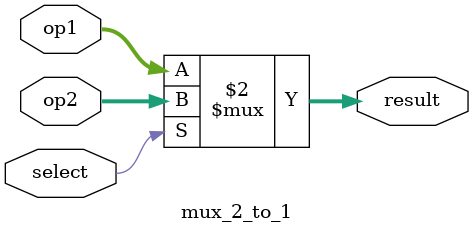
<source format=v>
module mux_2_to_1(op1, op2, select, result);
    parameter WIDTH = 32;
    input [WIDTH-1:0] op1, op2;
    input select;
    output [WIDTH-1:0] result;
    
    assign result = (select == 1'b1) ? op2 : op1;
endmodule
</source>
